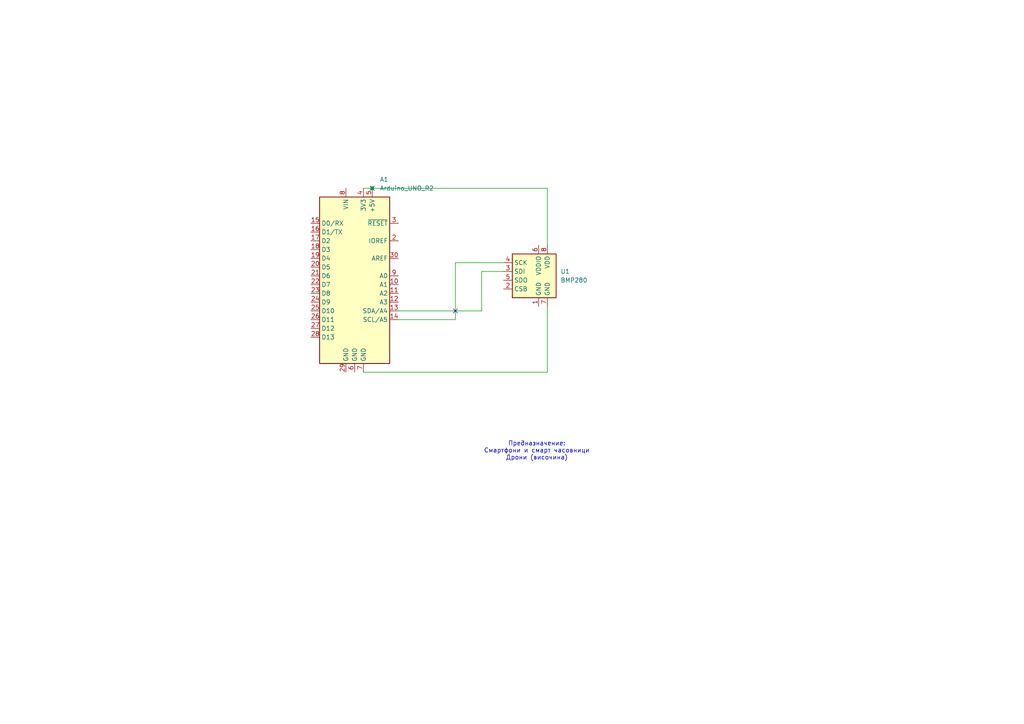
<source format=kicad_sch>
(kicad_sch
	(version 20231120)
	(generator "eeschema")
	(generator_version "8.0")
	(uuid "4f30dc48-6eb6-4245-a621-7862bf4dbec1")
	(paper "A4")
	(lib_symbols
		(symbol "MCU_Module:Arduino_UNO_R2"
			(exclude_from_sim no)
			(in_bom yes)
			(on_board yes)
			(property "Reference" "A"
				(at -10.16 23.495 0)
				(effects
					(font
						(size 1.27 1.27)
					)
					(justify left bottom)
				)
			)
			(property "Value" "Arduino_UNO_R2"
				(at 5.08 -26.67 0)
				(effects
					(font
						(size 1.27 1.27)
					)
					(justify left top)
				)
			)
			(property "Footprint" "Module:Arduino_UNO_R2"
				(at 0 0 0)
				(effects
					(font
						(size 1.27 1.27)
						(italic yes)
					)
					(hide yes)
				)
			)
			(property "Datasheet" "https://www.arduino.cc/en/Main/arduinoBoardUno"
				(at 0 0 0)
				(effects
					(font
						(size 1.27 1.27)
					)
					(hide yes)
				)
			)
			(property "Description" "Arduino UNO Microcontroller Module, release 2"
				(at 0 0 0)
				(effects
					(font
						(size 1.27 1.27)
					)
					(hide yes)
				)
			)
			(property "ki_keywords" "Arduino UNO R3 Microcontroller Module Atmel AVR USB"
				(at 0 0 0)
				(effects
					(font
						(size 1.27 1.27)
					)
					(hide yes)
				)
			)
			(property "ki_fp_filters" "Arduino*UNO*R2*"
				(at 0 0 0)
				(effects
					(font
						(size 1.27 1.27)
					)
					(hide yes)
				)
			)
			(symbol "Arduino_UNO_R2_0_1"
				(rectangle
					(start -10.16 22.86)
					(end 10.16 -25.4)
					(stroke
						(width 0.254)
						(type default)
					)
					(fill
						(type background)
					)
				)
			)
			(symbol "Arduino_UNO_R2_1_1"
				(pin no_connect line
					(at -10.16 -20.32 0)
					(length 2.54) hide
					(name "NC"
						(effects
							(font
								(size 1.27 1.27)
							)
						)
					)
					(number "1"
						(effects
							(font
								(size 1.27 1.27)
							)
						)
					)
				)
				(pin bidirectional line
					(at 12.7 -2.54 180)
					(length 2.54)
					(name "A1"
						(effects
							(font
								(size 1.27 1.27)
							)
						)
					)
					(number "10"
						(effects
							(font
								(size 1.27 1.27)
							)
						)
					)
				)
				(pin bidirectional line
					(at 12.7 -5.08 180)
					(length 2.54)
					(name "A2"
						(effects
							(font
								(size 1.27 1.27)
							)
						)
					)
					(number "11"
						(effects
							(font
								(size 1.27 1.27)
							)
						)
					)
				)
				(pin bidirectional line
					(at 12.7 -7.62 180)
					(length 2.54)
					(name "A3"
						(effects
							(font
								(size 1.27 1.27)
							)
						)
					)
					(number "12"
						(effects
							(font
								(size 1.27 1.27)
							)
						)
					)
				)
				(pin bidirectional line
					(at 12.7 -10.16 180)
					(length 2.54)
					(name "SDA/A4"
						(effects
							(font
								(size 1.27 1.27)
							)
						)
					)
					(number "13"
						(effects
							(font
								(size 1.27 1.27)
							)
						)
					)
				)
				(pin bidirectional line
					(at 12.7 -12.7 180)
					(length 2.54)
					(name "SCL/A5"
						(effects
							(font
								(size 1.27 1.27)
							)
						)
					)
					(number "14"
						(effects
							(font
								(size 1.27 1.27)
							)
						)
					)
				)
				(pin bidirectional line
					(at -12.7 15.24 0)
					(length 2.54)
					(name "D0/RX"
						(effects
							(font
								(size 1.27 1.27)
							)
						)
					)
					(number "15"
						(effects
							(font
								(size 1.27 1.27)
							)
						)
					)
				)
				(pin bidirectional line
					(at -12.7 12.7 0)
					(length 2.54)
					(name "D1/TX"
						(effects
							(font
								(size 1.27 1.27)
							)
						)
					)
					(number "16"
						(effects
							(font
								(size 1.27 1.27)
							)
						)
					)
				)
				(pin bidirectional line
					(at -12.7 10.16 0)
					(length 2.54)
					(name "D2"
						(effects
							(font
								(size 1.27 1.27)
							)
						)
					)
					(number "17"
						(effects
							(font
								(size 1.27 1.27)
							)
						)
					)
				)
				(pin bidirectional line
					(at -12.7 7.62 0)
					(length 2.54)
					(name "D3"
						(effects
							(font
								(size 1.27 1.27)
							)
						)
					)
					(number "18"
						(effects
							(font
								(size 1.27 1.27)
							)
						)
					)
				)
				(pin bidirectional line
					(at -12.7 5.08 0)
					(length 2.54)
					(name "D4"
						(effects
							(font
								(size 1.27 1.27)
							)
						)
					)
					(number "19"
						(effects
							(font
								(size 1.27 1.27)
							)
						)
					)
				)
				(pin output line
					(at 12.7 10.16 180)
					(length 2.54)
					(name "IOREF"
						(effects
							(font
								(size 1.27 1.27)
							)
						)
					)
					(number "2"
						(effects
							(font
								(size 1.27 1.27)
							)
						)
					)
				)
				(pin bidirectional line
					(at -12.7 2.54 0)
					(length 2.54)
					(name "D5"
						(effects
							(font
								(size 1.27 1.27)
							)
						)
					)
					(number "20"
						(effects
							(font
								(size 1.27 1.27)
							)
						)
					)
				)
				(pin bidirectional line
					(at -12.7 0 0)
					(length 2.54)
					(name "D6"
						(effects
							(font
								(size 1.27 1.27)
							)
						)
					)
					(number "21"
						(effects
							(font
								(size 1.27 1.27)
							)
						)
					)
				)
				(pin bidirectional line
					(at -12.7 -2.54 0)
					(length 2.54)
					(name "D7"
						(effects
							(font
								(size 1.27 1.27)
							)
						)
					)
					(number "22"
						(effects
							(font
								(size 1.27 1.27)
							)
						)
					)
				)
				(pin bidirectional line
					(at -12.7 -5.08 0)
					(length 2.54)
					(name "D8"
						(effects
							(font
								(size 1.27 1.27)
							)
						)
					)
					(number "23"
						(effects
							(font
								(size 1.27 1.27)
							)
						)
					)
				)
				(pin bidirectional line
					(at -12.7 -7.62 0)
					(length 2.54)
					(name "D9"
						(effects
							(font
								(size 1.27 1.27)
							)
						)
					)
					(number "24"
						(effects
							(font
								(size 1.27 1.27)
							)
						)
					)
				)
				(pin bidirectional line
					(at -12.7 -10.16 0)
					(length 2.54)
					(name "D10"
						(effects
							(font
								(size 1.27 1.27)
							)
						)
					)
					(number "25"
						(effects
							(font
								(size 1.27 1.27)
							)
						)
					)
				)
				(pin bidirectional line
					(at -12.7 -12.7 0)
					(length 2.54)
					(name "D11"
						(effects
							(font
								(size 1.27 1.27)
							)
						)
					)
					(number "26"
						(effects
							(font
								(size 1.27 1.27)
							)
						)
					)
				)
				(pin bidirectional line
					(at -12.7 -15.24 0)
					(length 2.54)
					(name "D12"
						(effects
							(font
								(size 1.27 1.27)
							)
						)
					)
					(number "27"
						(effects
							(font
								(size 1.27 1.27)
							)
						)
					)
				)
				(pin bidirectional line
					(at -12.7 -17.78 0)
					(length 2.54)
					(name "D13"
						(effects
							(font
								(size 1.27 1.27)
							)
						)
					)
					(number "28"
						(effects
							(font
								(size 1.27 1.27)
							)
						)
					)
				)
				(pin power_in line
					(at -2.54 -27.94 90)
					(length 2.54)
					(name "GND"
						(effects
							(font
								(size 1.27 1.27)
							)
						)
					)
					(number "29"
						(effects
							(font
								(size 1.27 1.27)
							)
						)
					)
				)
				(pin input line
					(at 12.7 15.24 180)
					(length 2.54)
					(name "~{RESET}"
						(effects
							(font
								(size 1.27 1.27)
							)
						)
					)
					(number "3"
						(effects
							(font
								(size 1.27 1.27)
							)
						)
					)
				)
				(pin input line
					(at 12.7 5.08 180)
					(length 2.54)
					(name "AREF"
						(effects
							(font
								(size 1.27 1.27)
							)
						)
					)
					(number "30"
						(effects
							(font
								(size 1.27 1.27)
							)
						)
					)
				)
				(pin power_out line
					(at 2.54 25.4 270)
					(length 2.54)
					(name "3V3"
						(effects
							(font
								(size 1.27 1.27)
							)
						)
					)
					(number "4"
						(effects
							(font
								(size 1.27 1.27)
							)
						)
					)
				)
				(pin power_out line
					(at 5.08 25.4 270)
					(length 2.54)
					(name "+5V"
						(effects
							(font
								(size 1.27 1.27)
							)
						)
					)
					(number "5"
						(effects
							(font
								(size 1.27 1.27)
							)
						)
					)
				)
				(pin power_in line
					(at 0 -27.94 90)
					(length 2.54)
					(name "GND"
						(effects
							(font
								(size 1.27 1.27)
							)
						)
					)
					(number "6"
						(effects
							(font
								(size 1.27 1.27)
							)
						)
					)
				)
				(pin power_in line
					(at 2.54 -27.94 90)
					(length 2.54)
					(name "GND"
						(effects
							(font
								(size 1.27 1.27)
							)
						)
					)
					(number "7"
						(effects
							(font
								(size 1.27 1.27)
							)
						)
					)
				)
				(pin power_in line
					(at -2.54 25.4 270)
					(length 2.54)
					(name "VIN"
						(effects
							(font
								(size 1.27 1.27)
							)
						)
					)
					(number "8"
						(effects
							(font
								(size 1.27 1.27)
							)
						)
					)
				)
				(pin bidirectional line
					(at 12.7 0 180)
					(length 2.54)
					(name "A0"
						(effects
							(font
								(size 1.27 1.27)
							)
						)
					)
					(number "9"
						(effects
							(font
								(size 1.27 1.27)
							)
						)
					)
				)
			)
		)
		(symbol "Sensor_Pressure:BMP280"
			(exclude_from_sim no)
			(in_bom yes)
			(on_board yes)
			(property "Reference" "U"
				(at -7.62 10.16 0)
				(effects
					(font
						(size 1.27 1.27)
					)
					(justify left top)
				)
			)
			(property "Value" "BMP280"
				(at 5.08 10.16 0)
				(effects
					(font
						(size 1.27 1.27)
					)
					(justify left top)
				)
			)
			(property "Footprint" "Package_LGA:Bosch_LGA-8_2x2.5mm_P0.65mm_ClockwisePinNumbering"
				(at 0 -17.78 0)
				(effects
					(font
						(size 1.27 1.27)
					)
					(hide yes)
				)
			)
			(property "Datasheet" "https://ae-bst.resource.bosch.com/media/_tech/media/datasheets/BST-BMP280-DS001.pdf"
				(at 0 0 0)
				(effects
					(font
						(size 1.27 1.27)
					)
					(hide yes)
				)
			)
			(property "Description" "Absolute Barometric Pressure Sensor, LGA-8"
				(at 0 0 0)
				(effects
					(font
						(size 1.27 1.27)
					)
					(hide yes)
				)
			)
			(property "ki_keywords" "I2C, SPI, pressure, temperature, sensor"
				(at 0 0 0)
				(effects
					(font
						(size 1.27 1.27)
					)
					(hide yes)
				)
			)
			(property "ki_fp_filters" "Bosch*LGA*2x2.5mm*P0.65mm*"
				(at 0 0 0)
				(effects
					(font
						(size 1.27 1.27)
					)
					(hide yes)
				)
			)
			(symbol "BMP280_0_1"
				(rectangle
					(start -7.62 -5.08)
					(end 5.08 7.62)
					(stroke
						(width 0.254)
						(type default)
					)
					(fill
						(type background)
					)
				)
			)
			(symbol "BMP280_1_1"
				(pin power_in line
					(at 0 -7.62 90)
					(length 2.54)
					(name "GND"
						(effects
							(font
								(size 1.27 1.27)
							)
						)
					)
					(number "1"
						(effects
							(font
								(size 1.27 1.27)
							)
						)
					)
				)
				(pin input line
					(at -10.16 -2.54 0)
					(length 2.54)
					(name "CSB"
						(effects
							(font
								(size 1.27 1.27)
							)
						)
					)
					(number "2"
						(effects
							(font
								(size 1.27 1.27)
							)
						)
					)
				)
				(pin bidirectional line
					(at -10.16 2.54 0)
					(length 2.54)
					(name "SDI"
						(effects
							(font
								(size 1.27 1.27)
							)
						)
					)
					(number "3"
						(effects
							(font
								(size 1.27 1.27)
							)
						)
					)
				)
				(pin input line
					(at -10.16 5.08 0)
					(length 2.54)
					(name "SCK"
						(effects
							(font
								(size 1.27 1.27)
							)
						)
					)
					(number "4"
						(effects
							(font
								(size 1.27 1.27)
							)
						)
					)
				)
				(pin bidirectional line
					(at -10.16 0 0)
					(length 2.54)
					(name "SDO"
						(effects
							(font
								(size 1.27 1.27)
							)
						)
					)
					(number "5"
						(effects
							(font
								(size 1.27 1.27)
							)
						)
					)
				)
				(pin power_in line
					(at 0 10.16 270)
					(length 2.54)
					(name "VDDIO"
						(effects
							(font
								(size 1.27 1.27)
							)
						)
					)
					(number "6"
						(effects
							(font
								(size 1.27 1.27)
							)
						)
					)
				)
				(pin power_in line
					(at 2.54 -7.62 90)
					(length 2.54)
					(name "GND"
						(effects
							(font
								(size 1.27 1.27)
							)
						)
					)
					(number "7"
						(effects
							(font
								(size 1.27 1.27)
							)
						)
					)
				)
				(pin power_in line
					(at 2.54 10.16 270)
					(length 2.54)
					(name "VDD"
						(effects
							(font
								(size 1.27 1.27)
							)
						)
					)
					(number "8"
						(effects
							(font
								(size 1.27 1.27)
							)
						)
					)
				)
			)
		)
	)
	(junction
		(at 107.95 54.61)
		(diameter 0)
		(color 0 0 0 0)
		(uuid "35f90b65-cbbd-4002-937a-eb25c95268ac")
	)
	(no_connect
		(at 107.95 54.61)
		(uuid "2dfd35bf-1381-4883-a7d0-bf0414f93e76")
	)
	(no_connect
		(at 132.08 90.17)
		(uuid "56d66b37-2f1c-41f8-9a91-f6d6bc2a9bed")
	)
	(wire
		(pts
			(xy 115.57 90.17) (xy 139.7 90.17)
		)
		(stroke
			(width 0)
			(type default)
		)
		(uuid "21ec9e08-014f-4de5-b89b-38502cc2f41a")
	)
	(wire
		(pts
			(xy 132.08 92.71) (xy 132.08 76.2)
		)
		(stroke
			(width 0)
			(type default)
		)
		(uuid "265ebf05-e3a9-4e83-9856-59ffccd502f2")
	)
	(wire
		(pts
			(xy 107.95 54.61) (xy 158.75 54.61)
		)
		(stroke
			(width 0)
			(type default)
		)
		(uuid "46623c26-0dc2-428a-a818-0be4208bd245")
	)
	(wire
		(pts
			(xy 158.75 54.61) (xy 158.75 71.12)
		)
		(stroke
			(width 0)
			(type default)
		)
		(uuid "4f72c2a9-cb9e-421f-858e-7775021da9bc")
	)
	(wire
		(pts
			(xy 105.41 107.95) (xy 158.75 107.95)
		)
		(stroke
			(width 0)
			(type default)
		)
		(uuid "794d59e3-0d33-4768-bb20-6269d2e9a80c")
	)
	(wire
		(pts
			(xy 132.08 76.2) (xy 146.05 76.2)
		)
		(stroke
			(width 0)
			(type default)
		)
		(uuid "922bd229-4871-4fc2-8c76-1040a979648e")
	)
	(wire
		(pts
			(xy 139.7 90.17) (xy 139.7 78.74)
		)
		(stroke
			(width 0)
			(type default)
		)
		(uuid "967b83fe-6490-401a-aed1-568fa19e56aa")
	)
	(wire
		(pts
			(xy 158.75 107.95) (xy 158.75 88.9)
		)
		(stroke
			(width 0)
			(type default)
		)
		(uuid "a107d0c7-7154-4de7-b288-4808d59e337c")
	)
	(wire
		(pts
			(xy 139.7 78.74) (xy 146.05 78.74)
		)
		(stroke
			(width 0)
			(type default)
		)
		(uuid "b81ab1af-11ce-4afa-a8d9-fa56f955edc3")
	)
	(wire
		(pts
			(xy 105.41 54.61) (xy 107.95 54.61)
		)
		(stroke
			(width 0)
			(type default)
		)
		(uuid "db5ffd18-97a0-4499-a7cb-6baa52af41bc")
	)
	(wire
		(pts
			(xy 115.57 92.71) (xy 132.08 92.71)
		)
		(stroke
			(width 0)
			(type default)
		)
		(uuid "dd2b5bbc-e263-4c95-9de4-ae0f80264e63")
	)
	(text "Предназначение:\nСмартфони и смарт часовници\nДрони (височина)"
		(exclude_from_sim no)
		(at 155.702 130.81 0)
		(effects
			(font
				(size 1.27 1.27)
			)
		)
		(uuid "287cdb7f-82ee-410f-b367-831185acb92e")
	)
	(symbol
		(lib_id "MCU_Module:Arduino_UNO_R2")
		(at 102.87 80.01 0)
		(unit 1)
		(exclude_from_sim no)
		(in_bom yes)
		(on_board yes)
		(dnp no)
		(fields_autoplaced yes)
		(uuid "941e9da1-e7c0-4131-8cec-9690e5601000")
		(property "Reference" "A1"
			(at 110.1441 52.07 0)
			(effects
				(font
					(size 1.27 1.27)
				)
				(justify left)
			)
		)
		(property "Value" "Arduino_UNO_R2"
			(at 110.1441 54.61 0)
			(effects
				(font
					(size 1.27 1.27)
				)
				(justify left)
			)
		)
		(property "Footprint" "Module:Arduino_UNO_R2"
			(at 102.87 80.01 0)
			(effects
				(font
					(size 1.27 1.27)
					(italic yes)
				)
				(hide yes)
			)
		)
		(property "Datasheet" "https://www.arduino.cc/en/Main/arduinoBoardUno"
			(at 102.87 80.01 0)
			(effects
				(font
					(size 1.27 1.27)
				)
				(hide yes)
			)
		)
		(property "Description" "Arduino UNO Microcontroller Module, release 2"
			(at 102.87 80.01 0)
			(effects
				(font
					(size 1.27 1.27)
				)
				(hide yes)
			)
		)
		(pin "2"
			(uuid "190f5c20-68bf-4424-b727-e01ab58a3222")
		)
		(pin "18"
			(uuid "9ce4dde8-950a-45c2-bb0a-24054bbf0228")
		)
		(pin "4"
			(uuid "a8b64a82-80df-4782-b8ed-ea49463c3640")
		)
		(pin "30"
			(uuid "7f227d42-10b0-4fa2-8499-481d7c36a7ad")
		)
		(pin "28"
			(uuid "b4cf2fef-0786-459c-af2f-7466ef6a0a29")
		)
		(pin "5"
			(uuid "34f5fb50-eaff-4d76-a060-db183cca370f")
		)
		(pin "17"
			(uuid "181f647e-a259-49da-b33e-2e2f3e14a591")
		)
		(pin "23"
			(uuid "189c4d23-bec4-4d17-88d6-2a635ec7d4c1")
		)
		(pin "10"
			(uuid "4823f965-4f0c-4d06-a93a-96a4c593ce7a")
		)
		(pin "27"
			(uuid "117c6272-5501-472c-946d-a74357f321fd")
		)
		(pin "15"
			(uuid "482d9d48-eb8a-4fe5-968e-364a164c2ea6")
		)
		(pin "21"
			(uuid "a217d0ef-9ea0-4605-af6c-a99b86f487df")
		)
		(pin "22"
			(uuid "323d65e1-6cec-42ba-93ec-7bbc55e1c418")
		)
		(pin "29"
			(uuid "44e72735-1fdb-4ebc-9f0d-23a6714cc52d")
		)
		(pin "11"
			(uuid "4d525b9e-d5ca-4036-b243-7a3b63c0cc55")
		)
		(pin "12"
			(uuid "61fa4ab3-36e5-4837-9ab8-0fd37f0479df")
		)
		(pin "16"
			(uuid "d8b9bae0-2e8f-4107-973e-bfe63595418d")
		)
		(pin "3"
			(uuid "876129f4-e056-4017-bf67-40b54eb02be1")
		)
		(pin "13"
			(uuid "bb76fbc1-7001-48cf-b0d0-95177bab4412")
		)
		(pin "1"
			(uuid "23441c5b-048d-407d-a929-312af5046cae")
		)
		(pin "7"
			(uuid "78f6bdaf-e891-4408-a7d0-49ec5c1d8f2d")
		)
		(pin "25"
			(uuid "ca6ab382-7f47-4b08-9ffa-5b9d8ff713e1")
		)
		(pin "19"
			(uuid "70aec097-ca1f-49bc-8171-0a291421e933")
		)
		(pin "24"
			(uuid "8398648b-7b3f-4877-baf6-d3452c1fc1ee")
		)
		(pin "8"
			(uuid "39113163-626b-4c75-baed-35e8dd5aeab0")
		)
		(pin "14"
			(uuid "e2ec1bf3-5fa0-4670-9838-c8990f431485")
		)
		(pin "20"
			(uuid "9348af8c-0a72-44f5-926e-52baf9a0496d")
		)
		(pin "26"
			(uuid "2eaf9fe5-f91e-49a2-9ff5-43eba5a40934")
		)
		(pin "6"
			(uuid "f981adc8-db5d-4ef9-a625-a45e4edbe8dc")
		)
		(pin "9"
			(uuid "b99246f0-ef8f-43e9-84dd-40cf6d328633")
		)
		(instances
			(project ""
				(path "/4f30dc48-6eb6-4245-a621-7862bf4dbec1"
					(reference "A1")
					(unit 1)
				)
			)
		)
	)
	(symbol
		(lib_id "Sensor_Pressure:BMP280")
		(at 156.21 81.28 0)
		(unit 1)
		(exclude_from_sim no)
		(in_bom yes)
		(on_board yes)
		(dnp no)
		(fields_autoplaced yes)
		(uuid "c8a5cef0-9fb9-4b14-849b-ce2f36f9d44f")
		(property "Reference" "U1"
			(at 162.56 78.7399 0)
			(effects
				(font
					(size 1.27 1.27)
				)
				(justify left)
			)
		)
		(property "Value" "BMP280"
			(at 162.56 81.2799 0)
			(effects
				(font
					(size 1.27 1.27)
				)
				(justify left)
			)
		)
		(property "Footprint" "Package_LGA:Bosch_LGA-8_2x2.5mm_P0.65mm_ClockwisePinNumbering"
			(at 156.21 99.06 0)
			(effects
				(font
					(size 1.27 1.27)
				)
				(hide yes)
			)
		)
		(property "Datasheet" "https://ae-bst.resource.bosch.com/media/_tech/media/datasheets/BST-BMP280-DS001.pdf"
			(at 156.21 81.28 0)
			(effects
				(font
					(size 1.27 1.27)
				)
				(hide yes)
			)
		)
		(property "Description" "Absolute Barometric Pressure Sensor, LGA-8"
			(at 156.21 81.28 0)
			(effects
				(font
					(size 1.27 1.27)
				)
				(hide yes)
			)
		)
		(pin "2"
			(uuid "d7878f75-0220-422f-a250-7e892d837faf")
		)
		(pin "3"
			(uuid "587881b6-cfae-43ae-9346-04dd0cf4457f")
		)
		(pin "8"
			(uuid "f2e72735-8177-4c44-9888-907e15915711")
		)
		(pin "6"
			(uuid "2bb6dc7f-e470-4932-add3-c7f155c7ffc5")
		)
		(pin "5"
			(uuid "720f65f7-cf6e-4144-8343-3109758bf00e")
		)
		(pin "1"
			(uuid "4209bd93-122e-40ba-9fdf-65a71ff43ecd")
		)
		(pin "4"
			(uuid "64378cfd-8313-4f2b-b0ea-5642bd71145a")
		)
		(pin "7"
			(uuid "968fc10f-720f-49f7-aae6-f42483af1dab")
		)
		(instances
			(project ""
				(path "/4f30dc48-6eb6-4245-a621-7862bf4dbec1"
					(reference "U1")
					(unit 1)
				)
			)
		)
	)
	(sheet_instances
		(path "/"
			(page "1")
		)
	)
)

</source>
